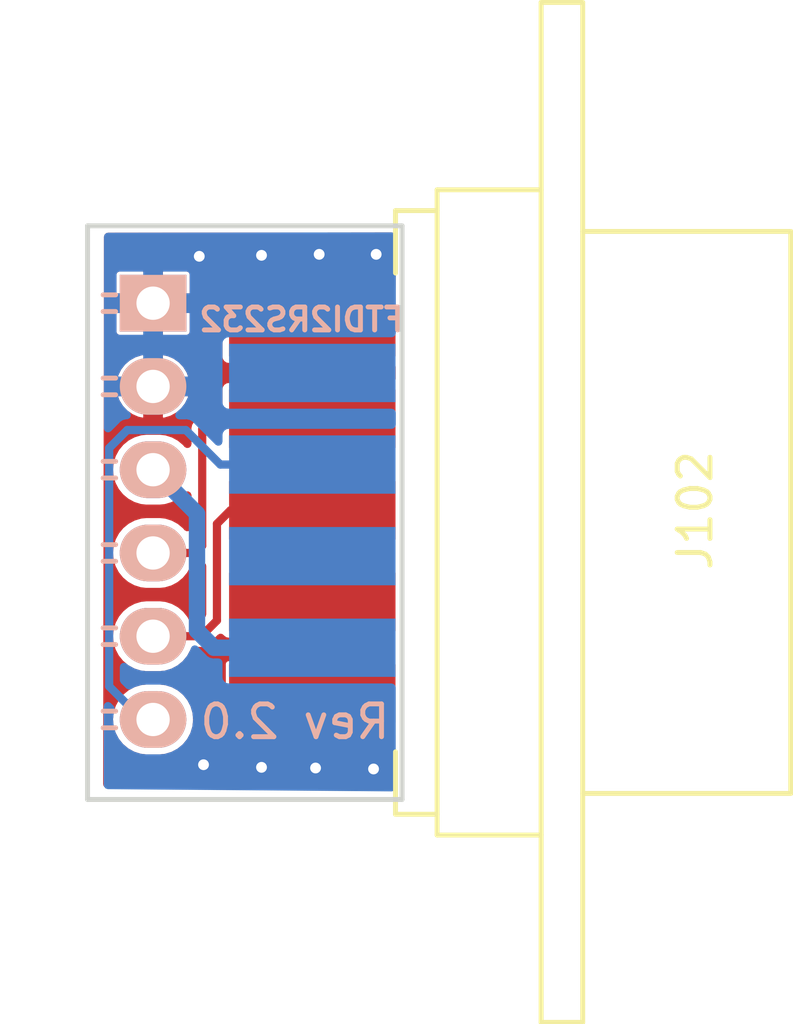
<source format=kicad_pcb>
(kicad_pcb (version 20211014) (generator pcbnew)
  (layers (0 "F.Cu" signal) (31 "B.Cu" signal) (34 "B.Paste" user) (35 "F.Paste" user) (36 "B.SilkS" user "B.Silkscreen") (37 "F.SilkS" user "F.Silkscreen") (38 "B.Mask" user) (39 "F.Mask" user) (44 "Edge.Cuts" user))
  (net 0 "")
  (net 1 "GND")
  (net 2 "Net-(J101-Pad3)")
  (net 3 "Net-(J101-Pad4)")
  (net 4 "Net-(J101-Pad5)")
  (net 5 "Net-(J101-Pad6)")
  (net 9 "unconnected-(J102-Pad8)")
  (footprint "Connector_PCBEdge:DB9F_CI" (layer "F.Cu") (at 127.85 77.1 -90)
    (fp_text reference "J102" (at 0 -9.144 90) (layer "F.SilkS"))
    (fp_text value "DB9_Male")
    (fp_line (start -9.144 -1.27) (end -9.779 -1.27) (layer "F.SilkS") (width 0.15))
    (fp_line (start -9.144 0) (end -9.144 -1.27) (layer "F.SilkS") (width 0.15))
    (fp_line (start 9.271 0) (end 9.271 -1.27) (layer "F.SilkS") (width 0.15))
    (fp_line (start 9.906 -1.27) (end 9.906 -4.445) (layer "F.SilkS") (width 0.15))
    (fp_line (start -9.779 -1.27) (end -9.779 -4.445) (layer "F.SilkS") (width 0.15))
    (fp_line (start 15.621 -4.445) (end 15.621 -5.715) (layer "F.SilkS") (width 0.15))
    (fp_line (start 8.636 -5.715) (end 8.636 -12.065) (layer "F.SilkS") (width 0.15))
    (fp_line (start -7.239 0) (end -9.144 0) (layer "F.SilkS") (width 0.15))
    (fp_line (start -15.494 -5.715) (end 15.621 -5.715) (layer "F.SilkS") (width 0.15))
    (fp_line (start -8.509 -12.065) (end 8.636 -12.065) (layer "F.SilkS") (width 0.15))
    (fp_line (start 9.906 -4.445) (end -9.779 -4.445) (layer "F.SilkS") (width 0.15))
    (fp_line (start 9.906 -1.27) (end 9.271 -1.27) (layer "F.SilkS") (width 0.15))
    (fp_line (start -15.494 -4.445) (end -15.494 -5.715) (layer "F.SilkS") (width 0.15))
    (fp_line (start -9.779 -4.445) (end -15.494 -4.445) (layer "F.SilkS") (width 0.15))
    (fp_line (start 9.271 -1.27) (end -9.144 -1.27) (layer "F.SilkS") (width 0.15))
    (fp_line (start 7.366 0) (end 9.271 0) (layer "F.SilkS") (width 0.15))
    (fp_line (start -8.509 -5.715) (end -8.509 -12.065) (layer "F.SilkS") (width 0.15))
    (fp_line (start 15.621 -4.445) (end 9.906 -4.445) (layer "F.SilkS") (width 0.15))
    (pad "1" connect rect (at -5.588 2.54 270) (size 1.778 5.08) (layers "F.Cu" "F.Mask"))
    (pad "2" connect rect (at -2.794 2.54 270) (size 1.778 5.08) (layers "F.Cu" "F.Mask") (net 3 "Net-(J101-Pad4)"))
    (pad "3" connect rect (at 0 2.54 270) (size 1.778 5.08) (layers "F.Cu" "F.Mask") (net 4 "Net-(J101-Pad5)"))
    (pad "4" connect rect (at 2.794 2.54 270) (size 1.778 5.08) (layers "F.Cu" "F.Mask"))
    (pad "5" connect rect (at 5.588 2.54 270) (size 1.778 5.08) (layers "F.Cu" "F.Mask") (net 1 "GND"))
    (pad "6" connect rect (at -4.191 2.54 270) (size 1.778 5.08) (layers "B.Cu" "B.Mask"))
    (pad "7" connect rect (at -1.397 2.54 270) (size 1.778 5.08) (layers "B.Cu" "B.Mask") (net 5 "Net-(J101-Pad6)"))
    (pad "8" connect rect (at 1.397 2.54 270) (size 1.778 5.08) (layers "B.Cu" "B.Mask") (net 9 "unconnected-(J102-Pad8)"))
    (pad "9" connect rect (at 4.191 2.54 270) (size 1.778 5.08) (layers "B.Cu" "B.Mask") (net 2 "Net-(J101-Pad3)"))
  )
  (footprint "Pin_Headers:Pin_Header_Angled_1x06" (layer "B.Cu") (at 120.45 70.78 180)
    (fp_text reference "J101" hide)
    (fp_text value "Conn_01x06")
    (fp_line (start 1.524 0.254) (end 1.143 0.254) (layer "B.SilkS") (width 0.15))
    (fp_line (start 1.524 -7.874) (end 1.143 -7.874) (layer "B.SilkS") (width 0.15))
    (fp_line (start 1.524 -5.334) (end 1.143 -5.334) (layer "B.SilkS") (width 0.15))
    (fp_line (start 1.524 -10.414) (end 1.143 -10.414) (layer "B.SilkS") (width 0.15))
    (fp_line (start 1.524 -9.906) (end 1.143 -9.906) (layer "B.SilkS") (width 0.15))
    (fp_line (start 1.524 -7.366) (end 1.143 -7.366) (layer "B.SilkS") (width 0.15))
    (fp_line (start 1.524 -2.794) (end 1.143 -2.794) (layer "B.SilkS") (width 0.15))
    (fp_line (start 1.524 -12.446) (end 1.143 -12.446) (layer "B.SilkS") (width 0.15))
    (fp_line (start 1.524 -12.954) (end 1.143 -12.954) (layer "B.SilkS") (width 0.15))
    (fp_line (start 1.524 -4.826) (end 1.143 -4.826) (layer "B.SilkS") (width 0.15))
    (fp_line (start 1.524 -2.286) (end 1.143 -2.286) (layer "B.SilkS") (width 0.15))
    (fp_line (start 1.524 -0.254) (end 1.143 -0.254) (layer "B.SilkS") (width 0.15))
    (pad "1" thru_hole rect (at 0 0 180) (size 2.032 1.7272) (drill 1.016) (layers *.Cu *.Mask "B.SilkS") (net 1 "GND"))
    (pad "2" thru_hole oval (at 0 -2.54 180) (size 2.032 1.7272) (drill 1.016) (layers *.Cu *.Mask "B.SilkS") (net 1 "GND"))
    (pad "3" thru_hole oval (at 0 -5.08 180) (size 2.032 1.7272) (drill 1.016) (layers *.Cu *.Mask "B.SilkS") (net 2 "Net-(J101-Pad3)"))
    (pad "4" thru_hole oval (at 0 -7.62 180) (size 2.032 1.7272) (drill 1.016) (layers *.Cu *.Mask "B.SilkS") (net 3 "Net-(J101-Pad4)"))
    (pad "5" thru_hole oval (at 0 -10.16 180) (size 2.032 1.7272) (drill 1.016) (layers *.Cu *.Mask "B.SilkS") (net 4 "Net-(J101-Pad5)"))
    (pad "6" thru_hole oval (at 0 -12.7 180) (size 2.032 1.7272) (drill 1.016) (layers *.Cu *.Mask "B.SilkS") (net 5 "Net-(J101-Pad6)"))
  )
  (gr_line (start 128.05 68.42) (end 128.05 85.92) (layer "Edge.Cuts") (width 0.15))
  (gr_line (start 118.45 85.92) (end 118.45 68.42) (layer "Edge.Cuts") (width 0.15))
  (gr_line (start 118.45 68.42) (end 128.05 68.42) (layer "Edge.Cuts") (width 0.15))
  (gr_line (start 118.45 85.92) (end 128.05 85.92) (layer "Edge.Cuts") (width 0.15))
  (gr_text "Rev 2.0" (at 124.78 83.55) (layer "B.SilkS") (effects (font (size 1 1)) (justify mirror)))
  (gr_text "FTDI2RS232" (at 124.98 71.28) (layer "B.SilkS") (effects (font (size 0.7 0.7)) (justify mirror)))
  (segment (start 121.86 69.35) (end 123.73 69.35) (width 0.25) (layer "F.Cu") (net 1))
  (segment (start 125.44 84.99) (end 125.41 84.96) (width 0.25) (layer "F.Cu") (net 1))
  (segment (start 127.18 84.99) (end 125.44 84.99) (width 0.25) (layer "F.Cu") (net 1))
  (segment (start 123.76 84.94) (end 122.07 84.94) (width 0.25) (layer "F.Cu") (net 1))
  (segment (start 123.73 69.35) (end 123.76 69.32) (width 0.25) (layer "F.Cu") (net 1))
  (segment (start 122.07 84.94) (end 121.99 84.86) (width 0.25) (layer "F.Cu") (net 1))
  (segment (start 125.52 69.29) (end 127.260002 69.29) (width 0.25) (layer "F.Cu") (net 1))
  (via (at 125.52 69.29) (size 0.6858) (drill 0.3302) (layers "F.Cu" "B.Cu") (net 1))
  (via (at 123.76 84.94) (size 0.6858) (drill 0.3302) (layers "F.Cu" "B.Cu") (net 1))
  (via (at 123.76 69.32) (size 0.6858) (drill 0.3302) (layers "F.Cu" "B.Cu") (net 1))
  (via (at 127.18 84.99) (size 0.6858) (drill 0.3302) (layers "F.Cu" "B.Cu") (net 1))
  (via (at 121.99 84.86) (size 0.6858) (drill 0.3302) (layers "F.Cu" "B.Cu") (net 1))
  (via (at 125.41 84.96) (size 0.6858) (drill 0.3302) (layers "F.Cu" "B.Cu") (net 1))
  (via (at 121.86 69.35) (size 0.6858) (drill 0.3302) (layers "F.Cu" "B.Cu") (net 1))
  (via (at 127.260002 69.29) (size 0.6858) (drill 0.3302) (layers "F.Cu" "B.Cu") (net 1))
  (segment (start 123.76 69.32) (end 125.49 69.32) (width 0.25) (layer "B.Cu") (net 1))
  (segment (start 125.49 69.32) (end 125.52 69.29) (width 0.25) (layer "B.Cu") (net 1))
  (segment (start 123.78 84.96) (end 123.76 84.94) (width 0.25) (layer "B.Cu") (net 1))
  (segment (start 125.41 84.96) (end 123.78 84.96) (width 0.25) (layer "B.Cu") (net 1))
  (segment (start 121.79052 80.77052) (end 121.79052 77.20052) (width 0.5) (layer "B.Cu") (net 2))
  (segment (start 121.79052 77.20052) (end 120.45 75.86) (width 0.5) (layer "B.Cu") (net 2))
  (segment (start 125.31 81.291) (end 122.311 81.291) (width 0.5) (layer "B.Cu") (net 2))
  (segment (start 122.311 81.291) (end 121.79052 80.77052) (width 0.5) (layer "B.Cu") (net 2))
  (segment (start 121.73 78.4) (end 120.45 78.4) (width 0.25) (layer "F.Cu") (net 3))
  (segment (start 122.264 74.306) (end 125.31 74.306) (width 0.25) (layer "F.Cu") (net 3))
  (segment (start 121.95 78.18) (end 121.73 78.4) (width 0.25) (layer "F.Cu") (net 3))
  (segment (start 121.95 74.62) (end 122.264 74.306) (width 0.25) (layer "F.Cu") (net 3))
  (segment (start 121.95 74.62) (end 121.95 78.18) (width 0.25) (layer "F.Cu") (net 3))
  (segment (start 121.92 80.94) (end 120.45 80.94) (width 0.25) (layer "F.Cu") (net 4))
  (segment (start 122.39952 80.46048) (end 121.92 80.94) (width 0.25) (layer "F.Cu") (net 4))
  (segment (start 122.39952 77.51048) (end 122.39952 80.46048) (width 0.25) (layer "F.Cu") (net 4))
  (segment (start 125.31 77.1) (end 122.81 77.1) (width 0.25) (layer "F.Cu") (net 4))
  (segment (start 122.81 77.1) (end 122.39952 77.51048) (width 0.25) (layer "F.Cu") (net 4))
  (segment (start 119.10948 75.20052) (end 119.66 74.65) (width 0.25) (layer "B.Cu") (net 5))
  (segment (start 120.12 83.48) (end 119.10948 82.46948) (width 0.25) (layer "B.Cu") (net 5))
  (segment (start 121.45 74.65) (end 122.503 75.703) (width 0.25) (layer "B.Cu") (net 5))
  (segment (start 122.503 75.703) (end 125.31 75.703) (width 0.25) (layer "B.Cu") (net 5))
  (segment (start 119.66 74.65) (end 121.45 74.65) (width 0.25) (layer "B.Cu") (net 5))
  (segment (start 125.153 75.86) (end 125.31 75.703) (width 0.25) (layer "B.Cu") (net 5))
  (segment (start 119.10948 82.46948) (end 119.10948 75.20052) (width 0.25) (layer "B.Cu") (net 5))
  (segment (start 120.45 83.48) (end 120.12 83.48) (width 0.25) (layer "B.Cu") (net 5))
  (segment (start 125.213 78.4) (end 125.31 78.497) (width 0.25) (layer "B.Cu") (net 9))
  (zone (net 1) (net_name "GND") (layer "F.Cu") (connect_pads (clearance 0.127)) (min_thickness 0.254) (fill yes (thermal_gap 0.1) (thermal_bridge_width 0.6))
    (polygon (pts (xy 127.835 85.645) (xy 118.925 85.575) (xy 118.95 68.62977) (xy 127.86 68.62)))
  )
  (zone (net 1) (net_name "GND") (layer "B.Cu") (connect_pads (clearance 0.127)) (min_thickness 0.254) (fill yes (thermal_gap 0.1) (thermal_bridge_width 0.6))
    (polygon (pts (xy 127.855 85.675) (xy 118.945 85.605) (xy 118.95 68.62977) (xy 127.86 68.62)))
  )
)
</source>
